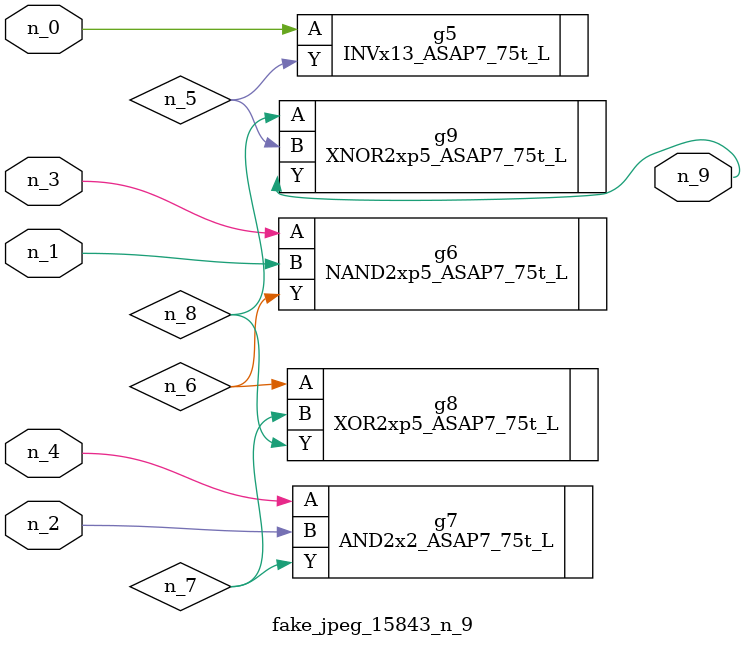
<source format=v>
module fake_jpeg_15843_n_9 (n_3, n_2, n_1, n_0, n_4, n_9);

input n_3;
input n_2;
input n_1;
input n_0;
input n_4;

output n_9;

wire n_8;
wire n_6;
wire n_5;
wire n_7;

INVx13_ASAP7_75t_L g5 ( 
.A(n_0),
.Y(n_5)
);

NAND2xp5_ASAP7_75t_L g6 ( 
.A(n_3),
.B(n_1),
.Y(n_6)
);

AND2x2_ASAP7_75t_L g7 ( 
.A(n_4),
.B(n_2),
.Y(n_7)
);

XOR2xp5_ASAP7_75t_L g8 ( 
.A(n_6),
.B(n_7),
.Y(n_8)
);

XNOR2xp5_ASAP7_75t_L g9 ( 
.A(n_8),
.B(n_5),
.Y(n_9)
);


endmodule
</source>
